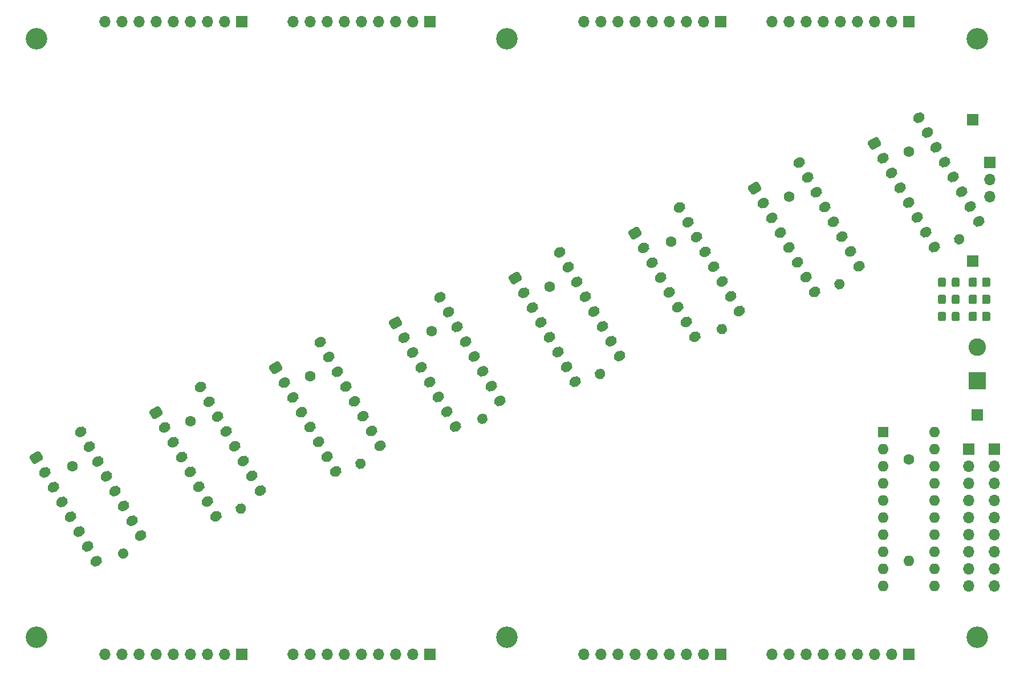
<source format=gbr>
%TF.GenerationSoftware,KiCad,Pcbnew,(5.1.8)-1*%
%TF.CreationDate,2024-07-21T13:54:42+03:00*%
%TF.ProjectId,MUX8x1-v5,4d555838-7831-42d7-9635-2e6b69636164,rev?*%
%TF.SameCoordinates,Original*%
%TF.FileFunction,Soldermask,Top*%
%TF.FilePolarity,Negative*%
%FSLAX46Y46*%
G04 Gerber Fmt 4.6, Leading zero omitted, Abs format (unit mm)*
G04 Created by KiCad (PCBNEW (5.1.8)-1) date 2024-07-21 13:54:42*
%MOMM*%
%LPD*%
G01*
G04 APERTURE LIST*
%ADD10R,1.700000X1.700000*%
%ADD11O,1.700000X1.700000*%
%ADD12C,3.200000*%
%ADD13O,1.600000X1.600000*%
%ADD14R,1.600000X1.600000*%
%ADD15C,2.600000*%
%ADD16R,2.600000X2.600000*%
%ADD17C,1.600000*%
G04 APERTURE END LIST*
D10*
%TO.C,J20*%
X172085000Y-68580000D03*
%TD*%
D11*
%TO.C,J11*%
X142240000Y-127000000D03*
X144780000Y-127000000D03*
X147320000Y-127000000D03*
X149860000Y-127000000D03*
X152400000Y-127000000D03*
X154940000Y-127000000D03*
X157480000Y-127000000D03*
X160020000Y-127000000D03*
D10*
X162560000Y-127000000D03*
%TD*%
D12*
%TO.C,H6*%
X172720000Y-124460000D03*
%TD*%
%TO.C,H5*%
X172720000Y-35560000D03*
%TD*%
D13*
%TO.C,U9*%
X166370000Y-93980000D03*
X158750000Y-116840000D03*
X166370000Y-96520000D03*
X158750000Y-114300000D03*
X166370000Y-99060000D03*
X158750000Y-111760000D03*
X166370000Y-101600000D03*
X158750000Y-109220000D03*
X166370000Y-104140000D03*
X158750000Y-106680000D03*
X166370000Y-106680000D03*
X158750000Y-104140000D03*
X166370000Y-109220000D03*
X158750000Y-101600000D03*
X166370000Y-111760000D03*
X158750000Y-99060000D03*
X166370000Y-114300000D03*
X158750000Y-96520000D03*
X166370000Y-116840000D03*
D14*
X158750000Y-93980000D03*
%TD*%
%TO.C,U8*%
G36*
G01*
X38839691Y-94430000D02*
X38839691Y-94430000D01*
G75*
G02*
X39114210Y-93405481I649519J375000D01*
G01*
X39374018Y-93255481D01*
G75*
G02*
X40398537Y-93530000I375000J-649519D01*
G01*
X40398537Y-93530000D01*
G75*
G02*
X40124018Y-94554519I-649519J-375000D01*
G01*
X39864210Y-94704519D01*
G75*
G02*
X38839691Y-94430000I-375000J649519D01*
G01*
G37*
G36*
G01*
X41130577Y-113637932D02*
X41130577Y-113637932D01*
G75*
G02*
X41405096Y-112613413I649519J375000D01*
G01*
X41664904Y-112463413D01*
G75*
G02*
X42689423Y-112737932I375000J-649519D01*
G01*
X42689423Y-112737932D01*
G75*
G02*
X42414904Y-113762451I-649519J-375000D01*
G01*
X42155096Y-113912451D01*
G75*
G02*
X41130577Y-113637932I-375000J649519D01*
G01*
G37*
G36*
G01*
X40109691Y-96629705D02*
X40109691Y-96629705D01*
G75*
G02*
X40384210Y-95605186I649519J375000D01*
G01*
X40644018Y-95455186D01*
G75*
G02*
X41668537Y-95729705I375000J-649519D01*
G01*
X41668537Y-95729705D01*
G75*
G02*
X41394018Y-96754224I-649519J-375000D01*
G01*
X41134210Y-96904224D01*
G75*
G02*
X40109691Y-96629705I-375000J649519D01*
G01*
G37*
G36*
G01*
X39860577Y-111438227D02*
X39860577Y-111438227D01*
G75*
G02*
X40135096Y-110413708I649519J375000D01*
G01*
X40394904Y-110263708D01*
G75*
G02*
X41419423Y-110538227I375000J-649519D01*
G01*
X41419423Y-110538227D01*
G75*
G02*
X41144904Y-111562746I-649519J-375000D01*
G01*
X40885096Y-111712746D01*
G75*
G02*
X39860577Y-111438227I-375000J649519D01*
G01*
G37*
G36*
G01*
X41379691Y-98829409D02*
X41379691Y-98829409D01*
G75*
G02*
X41654210Y-97804890I649519J375000D01*
G01*
X41914018Y-97654890D01*
G75*
G02*
X42938537Y-97929409I375000J-649519D01*
G01*
X42938537Y-97929409D01*
G75*
G02*
X42664018Y-98953928I-649519J-375000D01*
G01*
X42404210Y-99103928D01*
G75*
G02*
X41379691Y-98829409I-375000J649519D01*
G01*
G37*
G36*
G01*
X38590577Y-109238523D02*
X38590577Y-109238523D01*
G75*
G02*
X38865096Y-108214004I649519J375000D01*
G01*
X39124904Y-108064004D01*
G75*
G02*
X40149423Y-108338523I375000J-649519D01*
G01*
X40149423Y-108338523D01*
G75*
G02*
X39874904Y-109363042I-649519J-375000D01*
G01*
X39615096Y-109513042D01*
G75*
G02*
X38590577Y-109238523I-375000J649519D01*
G01*
G37*
G36*
G01*
X42649691Y-101029114D02*
X42649691Y-101029114D01*
G75*
G02*
X42924210Y-100004595I649519J375000D01*
G01*
X43184018Y-99854595D01*
G75*
G02*
X44208537Y-100129114I375000J-649519D01*
G01*
X44208537Y-100129114D01*
G75*
G02*
X43934018Y-101153633I-649519J-375000D01*
G01*
X43674210Y-101303633D01*
G75*
G02*
X42649691Y-101029114I-375000J649519D01*
G01*
G37*
G36*
G01*
X37320577Y-107038818D02*
X37320577Y-107038818D01*
G75*
G02*
X37595096Y-106014299I649519J375000D01*
G01*
X37854904Y-105864299D01*
G75*
G02*
X38879423Y-106138818I375000J-649519D01*
G01*
X38879423Y-106138818D01*
G75*
G02*
X38604904Y-107163337I-649519J-375000D01*
G01*
X38345096Y-107313337D01*
G75*
G02*
X37320577Y-107038818I-375000J649519D01*
G01*
G37*
G36*
G01*
X43919691Y-103228818D02*
X43919691Y-103228818D01*
G75*
G02*
X44194210Y-102204299I649519J375000D01*
G01*
X44454018Y-102054299D01*
G75*
G02*
X45478537Y-102328818I375000J-649519D01*
G01*
X45478537Y-102328818D01*
G75*
G02*
X45204018Y-103353337I-649519J-375000D01*
G01*
X44944210Y-103503337D01*
G75*
G02*
X43919691Y-103228818I-375000J649519D01*
G01*
G37*
G36*
G01*
X36050577Y-104839114D02*
X36050577Y-104839114D01*
G75*
G02*
X36325096Y-103814595I649519J375000D01*
G01*
X36584904Y-103664595D01*
G75*
G02*
X37609423Y-103939114I375000J-649519D01*
G01*
X37609423Y-103939114D01*
G75*
G02*
X37334904Y-104963633I-649519J-375000D01*
G01*
X37075096Y-105113633D01*
G75*
G02*
X36050577Y-104839114I-375000J649519D01*
G01*
G37*
G36*
G01*
X45189691Y-105428523D02*
X45189691Y-105428523D01*
G75*
G02*
X45464210Y-104404004I649519J375000D01*
G01*
X45724018Y-104254004D01*
G75*
G02*
X46748537Y-104528523I375000J-649519D01*
G01*
X46748537Y-104528523D01*
G75*
G02*
X46474018Y-105553042I-649519J-375000D01*
G01*
X46214210Y-105703042D01*
G75*
G02*
X45189691Y-105428523I-375000J649519D01*
G01*
G37*
G36*
G01*
X34780577Y-102639409D02*
X34780577Y-102639409D01*
G75*
G02*
X35055096Y-101614890I649519J375000D01*
G01*
X35314904Y-101464890D01*
G75*
G02*
X36339423Y-101739409I375000J-649519D01*
G01*
X36339423Y-101739409D01*
G75*
G02*
X36064904Y-102763928I-649519J-375000D01*
G01*
X35805096Y-102913928D01*
G75*
G02*
X34780577Y-102639409I-375000J649519D01*
G01*
G37*
G36*
G01*
X46459691Y-107628227D02*
X46459691Y-107628227D01*
G75*
G02*
X46734210Y-106603708I649519J375000D01*
G01*
X46994018Y-106453708D01*
G75*
G02*
X48018537Y-106728227I375000J-649519D01*
G01*
X48018537Y-106728227D01*
G75*
G02*
X47744018Y-107752746I-649519J-375000D01*
G01*
X47484210Y-107902746D01*
G75*
G02*
X46459691Y-107628227I-375000J649519D01*
G01*
G37*
G36*
G01*
X33510577Y-100439705D02*
X33510577Y-100439705D01*
G75*
G02*
X33785096Y-99415186I649519J375000D01*
G01*
X34044904Y-99265186D01*
G75*
G02*
X35069423Y-99539705I375000J-649519D01*
G01*
X35069423Y-99539705D01*
G75*
G02*
X34794904Y-100564224I-649519J-375000D01*
G01*
X34535096Y-100714224D01*
G75*
G02*
X33510577Y-100439705I-375000J649519D01*
G01*
G37*
G36*
G01*
X47729691Y-109827932D02*
X47729691Y-109827932D01*
G75*
G02*
X48004210Y-108803413I649519J375000D01*
G01*
X48264018Y-108653413D01*
G75*
G02*
X49288537Y-108927932I375000J-649519D01*
G01*
X49288537Y-108927932D01*
G75*
G02*
X49014018Y-109952451I-649519J-375000D01*
G01*
X48754210Y-110102451D01*
G75*
G02*
X47729691Y-109827932I-375000J649519D01*
G01*
G37*
G36*
G01*
X32428077Y-98564760D02*
X32053077Y-97915240D01*
G75*
G02*
X32190337Y-97402980I324760J187500D01*
G01*
X33099663Y-96877980D01*
G75*
G02*
X33611923Y-97015240I187500J-324760D01*
G01*
X33986923Y-97664760D01*
G75*
G02*
X33849663Y-98177020I-324760J-187500D01*
G01*
X32940337Y-98702020D01*
G75*
G02*
X32428077Y-98564760I-187500J324760D01*
G01*
G37*
%TD*%
%TO.C,U7*%
G36*
G01*
X56619691Y-87762500D02*
X56619691Y-87762500D01*
G75*
G02*
X56894210Y-86737981I649519J375000D01*
G01*
X57154018Y-86587981D01*
G75*
G02*
X58178537Y-86862500I375000J-649519D01*
G01*
X58178537Y-86862500D01*
G75*
G02*
X57904018Y-87887019I-649519J-375000D01*
G01*
X57644210Y-88037019D01*
G75*
G02*
X56619691Y-87762500I-375000J649519D01*
G01*
G37*
G36*
G01*
X58910577Y-106970432D02*
X58910577Y-106970432D01*
G75*
G02*
X59185096Y-105945913I649519J375000D01*
G01*
X59444904Y-105795913D01*
G75*
G02*
X60469423Y-106070432I375000J-649519D01*
G01*
X60469423Y-106070432D01*
G75*
G02*
X60194904Y-107094951I-649519J-375000D01*
G01*
X59935096Y-107244951D01*
G75*
G02*
X58910577Y-106970432I-375000J649519D01*
G01*
G37*
G36*
G01*
X57889691Y-89962205D02*
X57889691Y-89962205D01*
G75*
G02*
X58164210Y-88937686I649519J375000D01*
G01*
X58424018Y-88787686D01*
G75*
G02*
X59448537Y-89062205I375000J-649519D01*
G01*
X59448537Y-89062205D01*
G75*
G02*
X59174018Y-90086724I-649519J-375000D01*
G01*
X58914210Y-90236724D01*
G75*
G02*
X57889691Y-89962205I-375000J649519D01*
G01*
G37*
G36*
G01*
X57640577Y-104770727D02*
X57640577Y-104770727D01*
G75*
G02*
X57915096Y-103746208I649519J375000D01*
G01*
X58174904Y-103596208D01*
G75*
G02*
X59199423Y-103870727I375000J-649519D01*
G01*
X59199423Y-103870727D01*
G75*
G02*
X58924904Y-104895246I-649519J-375000D01*
G01*
X58665096Y-105045246D01*
G75*
G02*
X57640577Y-104770727I-375000J649519D01*
G01*
G37*
G36*
G01*
X59159691Y-92161909D02*
X59159691Y-92161909D01*
G75*
G02*
X59434210Y-91137390I649519J375000D01*
G01*
X59694018Y-90987390D01*
G75*
G02*
X60718537Y-91261909I375000J-649519D01*
G01*
X60718537Y-91261909D01*
G75*
G02*
X60444018Y-92286428I-649519J-375000D01*
G01*
X60184210Y-92436428D01*
G75*
G02*
X59159691Y-92161909I-375000J649519D01*
G01*
G37*
G36*
G01*
X56370577Y-102571023D02*
X56370577Y-102571023D01*
G75*
G02*
X56645096Y-101546504I649519J375000D01*
G01*
X56904904Y-101396504D01*
G75*
G02*
X57929423Y-101671023I375000J-649519D01*
G01*
X57929423Y-101671023D01*
G75*
G02*
X57654904Y-102695542I-649519J-375000D01*
G01*
X57395096Y-102845542D01*
G75*
G02*
X56370577Y-102571023I-375000J649519D01*
G01*
G37*
G36*
G01*
X60429691Y-94361614D02*
X60429691Y-94361614D01*
G75*
G02*
X60704210Y-93337095I649519J375000D01*
G01*
X60964018Y-93187095D01*
G75*
G02*
X61988537Y-93461614I375000J-649519D01*
G01*
X61988537Y-93461614D01*
G75*
G02*
X61714018Y-94486133I-649519J-375000D01*
G01*
X61454210Y-94636133D01*
G75*
G02*
X60429691Y-94361614I-375000J649519D01*
G01*
G37*
G36*
G01*
X55100577Y-100371318D02*
X55100577Y-100371318D01*
G75*
G02*
X55375096Y-99346799I649519J375000D01*
G01*
X55634904Y-99196799D01*
G75*
G02*
X56659423Y-99471318I375000J-649519D01*
G01*
X56659423Y-99471318D01*
G75*
G02*
X56384904Y-100495837I-649519J-375000D01*
G01*
X56125096Y-100645837D01*
G75*
G02*
X55100577Y-100371318I-375000J649519D01*
G01*
G37*
G36*
G01*
X61699691Y-96561318D02*
X61699691Y-96561318D01*
G75*
G02*
X61974210Y-95536799I649519J375000D01*
G01*
X62234018Y-95386799D01*
G75*
G02*
X63258537Y-95661318I375000J-649519D01*
G01*
X63258537Y-95661318D01*
G75*
G02*
X62984018Y-96685837I-649519J-375000D01*
G01*
X62724210Y-96835837D01*
G75*
G02*
X61699691Y-96561318I-375000J649519D01*
G01*
G37*
G36*
G01*
X53830577Y-98171614D02*
X53830577Y-98171614D01*
G75*
G02*
X54105096Y-97147095I649519J375000D01*
G01*
X54364904Y-96997095D01*
G75*
G02*
X55389423Y-97271614I375000J-649519D01*
G01*
X55389423Y-97271614D01*
G75*
G02*
X55114904Y-98296133I-649519J-375000D01*
G01*
X54855096Y-98446133D01*
G75*
G02*
X53830577Y-98171614I-375000J649519D01*
G01*
G37*
G36*
G01*
X62969691Y-98761023D02*
X62969691Y-98761023D01*
G75*
G02*
X63244210Y-97736504I649519J375000D01*
G01*
X63504018Y-97586504D01*
G75*
G02*
X64528537Y-97861023I375000J-649519D01*
G01*
X64528537Y-97861023D01*
G75*
G02*
X64254018Y-98885542I-649519J-375000D01*
G01*
X63994210Y-99035542D01*
G75*
G02*
X62969691Y-98761023I-375000J649519D01*
G01*
G37*
G36*
G01*
X52560577Y-95971909D02*
X52560577Y-95971909D01*
G75*
G02*
X52835096Y-94947390I649519J375000D01*
G01*
X53094904Y-94797390D01*
G75*
G02*
X54119423Y-95071909I375000J-649519D01*
G01*
X54119423Y-95071909D01*
G75*
G02*
X53844904Y-96096428I-649519J-375000D01*
G01*
X53585096Y-96246428D01*
G75*
G02*
X52560577Y-95971909I-375000J649519D01*
G01*
G37*
G36*
G01*
X64239691Y-100960727D02*
X64239691Y-100960727D01*
G75*
G02*
X64514210Y-99936208I649519J375000D01*
G01*
X64774018Y-99786208D01*
G75*
G02*
X65798537Y-100060727I375000J-649519D01*
G01*
X65798537Y-100060727D01*
G75*
G02*
X65524018Y-101085246I-649519J-375000D01*
G01*
X65264210Y-101235246D01*
G75*
G02*
X64239691Y-100960727I-375000J649519D01*
G01*
G37*
G36*
G01*
X51290577Y-93772205D02*
X51290577Y-93772205D01*
G75*
G02*
X51565096Y-92747686I649519J375000D01*
G01*
X51824904Y-92597686D01*
G75*
G02*
X52849423Y-92872205I375000J-649519D01*
G01*
X52849423Y-92872205D01*
G75*
G02*
X52574904Y-93896724I-649519J-375000D01*
G01*
X52315096Y-94046724D01*
G75*
G02*
X51290577Y-93772205I-375000J649519D01*
G01*
G37*
G36*
G01*
X65509691Y-103160432D02*
X65509691Y-103160432D01*
G75*
G02*
X65784210Y-102135913I649519J375000D01*
G01*
X66044018Y-101985913D01*
G75*
G02*
X67068537Y-102260432I375000J-649519D01*
G01*
X67068537Y-102260432D01*
G75*
G02*
X66794018Y-103284951I-649519J-375000D01*
G01*
X66534210Y-103434951D01*
G75*
G02*
X65509691Y-103160432I-375000J649519D01*
G01*
G37*
G36*
G01*
X50208077Y-91897260D02*
X49833077Y-91247740D01*
G75*
G02*
X49970337Y-90735480I324760J187500D01*
G01*
X50879663Y-90210480D01*
G75*
G02*
X51391923Y-90347740I187500J-324760D01*
G01*
X51766923Y-90997260D01*
G75*
G02*
X51629663Y-91509520I-324760J-187500D01*
G01*
X50720337Y-92034520D01*
G75*
G02*
X50208077Y-91897260I-187500J324760D01*
G01*
G37*
%TD*%
%TO.C,U6*%
G36*
G01*
X74399691Y-81095000D02*
X74399691Y-81095000D01*
G75*
G02*
X74674210Y-80070481I649519J375000D01*
G01*
X74934018Y-79920481D01*
G75*
G02*
X75958537Y-80195000I375000J-649519D01*
G01*
X75958537Y-80195000D01*
G75*
G02*
X75684018Y-81219519I-649519J-375000D01*
G01*
X75424210Y-81369519D01*
G75*
G02*
X74399691Y-81095000I-375000J649519D01*
G01*
G37*
G36*
G01*
X76690577Y-100302932D02*
X76690577Y-100302932D01*
G75*
G02*
X76965096Y-99278413I649519J375000D01*
G01*
X77224904Y-99128413D01*
G75*
G02*
X78249423Y-99402932I375000J-649519D01*
G01*
X78249423Y-99402932D01*
G75*
G02*
X77974904Y-100427451I-649519J-375000D01*
G01*
X77715096Y-100577451D01*
G75*
G02*
X76690577Y-100302932I-375000J649519D01*
G01*
G37*
G36*
G01*
X75669691Y-83294705D02*
X75669691Y-83294705D01*
G75*
G02*
X75944210Y-82270186I649519J375000D01*
G01*
X76204018Y-82120186D01*
G75*
G02*
X77228537Y-82394705I375000J-649519D01*
G01*
X77228537Y-82394705D01*
G75*
G02*
X76954018Y-83419224I-649519J-375000D01*
G01*
X76694210Y-83569224D01*
G75*
G02*
X75669691Y-83294705I-375000J649519D01*
G01*
G37*
G36*
G01*
X75420577Y-98103227D02*
X75420577Y-98103227D01*
G75*
G02*
X75695096Y-97078708I649519J375000D01*
G01*
X75954904Y-96928708D01*
G75*
G02*
X76979423Y-97203227I375000J-649519D01*
G01*
X76979423Y-97203227D01*
G75*
G02*
X76704904Y-98227746I-649519J-375000D01*
G01*
X76445096Y-98377746D01*
G75*
G02*
X75420577Y-98103227I-375000J649519D01*
G01*
G37*
G36*
G01*
X76939691Y-85494409D02*
X76939691Y-85494409D01*
G75*
G02*
X77214210Y-84469890I649519J375000D01*
G01*
X77474018Y-84319890D01*
G75*
G02*
X78498537Y-84594409I375000J-649519D01*
G01*
X78498537Y-84594409D01*
G75*
G02*
X78224018Y-85618928I-649519J-375000D01*
G01*
X77964210Y-85768928D01*
G75*
G02*
X76939691Y-85494409I-375000J649519D01*
G01*
G37*
G36*
G01*
X74150577Y-95903523D02*
X74150577Y-95903523D01*
G75*
G02*
X74425096Y-94879004I649519J375000D01*
G01*
X74684904Y-94729004D01*
G75*
G02*
X75709423Y-95003523I375000J-649519D01*
G01*
X75709423Y-95003523D01*
G75*
G02*
X75434904Y-96028042I-649519J-375000D01*
G01*
X75175096Y-96178042D01*
G75*
G02*
X74150577Y-95903523I-375000J649519D01*
G01*
G37*
G36*
G01*
X78209691Y-87694114D02*
X78209691Y-87694114D01*
G75*
G02*
X78484210Y-86669595I649519J375000D01*
G01*
X78744018Y-86519595D01*
G75*
G02*
X79768537Y-86794114I375000J-649519D01*
G01*
X79768537Y-86794114D01*
G75*
G02*
X79494018Y-87818633I-649519J-375000D01*
G01*
X79234210Y-87968633D01*
G75*
G02*
X78209691Y-87694114I-375000J649519D01*
G01*
G37*
G36*
G01*
X72880577Y-93703818D02*
X72880577Y-93703818D01*
G75*
G02*
X73155096Y-92679299I649519J375000D01*
G01*
X73414904Y-92529299D01*
G75*
G02*
X74439423Y-92803818I375000J-649519D01*
G01*
X74439423Y-92803818D01*
G75*
G02*
X74164904Y-93828337I-649519J-375000D01*
G01*
X73905096Y-93978337D01*
G75*
G02*
X72880577Y-93703818I-375000J649519D01*
G01*
G37*
G36*
G01*
X79479691Y-89893818D02*
X79479691Y-89893818D01*
G75*
G02*
X79754210Y-88869299I649519J375000D01*
G01*
X80014018Y-88719299D01*
G75*
G02*
X81038537Y-88993818I375000J-649519D01*
G01*
X81038537Y-88993818D01*
G75*
G02*
X80764018Y-90018337I-649519J-375000D01*
G01*
X80504210Y-90168337D01*
G75*
G02*
X79479691Y-89893818I-375000J649519D01*
G01*
G37*
G36*
G01*
X71610577Y-91504114D02*
X71610577Y-91504114D01*
G75*
G02*
X71885096Y-90479595I649519J375000D01*
G01*
X72144904Y-90329595D01*
G75*
G02*
X73169423Y-90604114I375000J-649519D01*
G01*
X73169423Y-90604114D01*
G75*
G02*
X72894904Y-91628633I-649519J-375000D01*
G01*
X72635096Y-91778633D01*
G75*
G02*
X71610577Y-91504114I-375000J649519D01*
G01*
G37*
G36*
G01*
X80749691Y-92093523D02*
X80749691Y-92093523D01*
G75*
G02*
X81024210Y-91069004I649519J375000D01*
G01*
X81284018Y-90919004D01*
G75*
G02*
X82308537Y-91193523I375000J-649519D01*
G01*
X82308537Y-91193523D01*
G75*
G02*
X82034018Y-92218042I-649519J-375000D01*
G01*
X81774210Y-92368042D01*
G75*
G02*
X80749691Y-92093523I-375000J649519D01*
G01*
G37*
G36*
G01*
X70340577Y-89304409D02*
X70340577Y-89304409D01*
G75*
G02*
X70615096Y-88279890I649519J375000D01*
G01*
X70874904Y-88129890D01*
G75*
G02*
X71899423Y-88404409I375000J-649519D01*
G01*
X71899423Y-88404409D01*
G75*
G02*
X71624904Y-89428928I-649519J-375000D01*
G01*
X71365096Y-89578928D01*
G75*
G02*
X70340577Y-89304409I-375000J649519D01*
G01*
G37*
G36*
G01*
X82019691Y-94293227D02*
X82019691Y-94293227D01*
G75*
G02*
X82294210Y-93268708I649519J375000D01*
G01*
X82554018Y-93118708D01*
G75*
G02*
X83578537Y-93393227I375000J-649519D01*
G01*
X83578537Y-93393227D01*
G75*
G02*
X83304018Y-94417746I-649519J-375000D01*
G01*
X83044210Y-94567746D01*
G75*
G02*
X82019691Y-94293227I-375000J649519D01*
G01*
G37*
G36*
G01*
X69070577Y-87104705D02*
X69070577Y-87104705D01*
G75*
G02*
X69345096Y-86080186I649519J375000D01*
G01*
X69604904Y-85930186D01*
G75*
G02*
X70629423Y-86204705I375000J-649519D01*
G01*
X70629423Y-86204705D01*
G75*
G02*
X70354904Y-87229224I-649519J-375000D01*
G01*
X70095096Y-87379224D01*
G75*
G02*
X69070577Y-87104705I-375000J649519D01*
G01*
G37*
G36*
G01*
X83289691Y-96492932D02*
X83289691Y-96492932D01*
G75*
G02*
X83564210Y-95468413I649519J375000D01*
G01*
X83824018Y-95318413D01*
G75*
G02*
X84848537Y-95592932I375000J-649519D01*
G01*
X84848537Y-95592932D01*
G75*
G02*
X84574018Y-96617451I-649519J-375000D01*
G01*
X84314210Y-96767451D01*
G75*
G02*
X83289691Y-96492932I-375000J649519D01*
G01*
G37*
G36*
G01*
X67988077Y-85229760D02*
X67613077Y-84580240D01*
G75*
G02*
X67750337Y-84067980I324760J187500D01*
G01*
X68659663Y-83542980D01*
G75*
G02*
X69171923Y-83680240I187500J-324760D01*
G01*
X69546923Y-84329760D01*
G75*
G02*
X69409663Y-84842020I-324760J-187500D01*
G01*
X68500337Y-85367020D01*
G75*
G02*
X67988077Y-85229760I-187500J324760D01*
G01*
G37*
%TD*%
%TO.C,U5*%
G36*
G01*
X92179691Y-74427500D02*
X92179691Y-74427500D01*
G75*
G02*
X92454210Y-73402981I649519J375000D01*
G01*
X92714018Y-73252981D01*
G75*
G02*
X93738537Y-73527500I375000J-649519D01*
G01*
X93738537Y-73527500D01*
G75*
G02*
X93464018Y-74552019I-649519J-375000D01*
G01*
X93204210Y-74702019D01*
G75*
G02*
X92179691Y-74427500I-375000J649519D01*
G01*
G37*
G36*
G01*
X94470577Y-93635432D02*
X94470577Y-93635432D01*
G75*
G02*
X94745096Y-92610913I649519J375000D01*
G01*
X95004904Y-92460913D01*
G75*
G02*
X96029423Y-92735432I375000J-649519D01*
G01*
X96029423Y-92735432D01*
G75*
G02*
X95754904Y-93759951I-649519J-375000D01*
G01*
X95495096Y-93909951D01*
G75*
G02*
X94470577Y-93635432I-375000J649519D01*
G01*
G37*
G36*
G01*
X93449691Y-76627205D02*
X93449691Y-76627205D01*
G75*
G02*
X93724210Y-75602686I649519J375000D01*
G01*
X93984018Y-75452686D01*
G75*
G02*
X95008537Y-75727205I375000J-649519D01*
G01*
X95008537Y-75727205D01*
G75*
G02*
X94734018Y-76751724I-649519J-375000D01*
G01*
X94474210Y-76901724D01*
G75*
G02*
X93449691Y-76627205I-375000J649519D01*
G01*
G37*
G36*
G01*
X93200577Y-91435727D02*
X93200577Y-91435727D01*
G75*
G02*
X93475096Y-90411208I649519J375000D01*
G01*
X93734904Y-90261208D01*
G75*
G02*
X94759423Y-90535727I375000J-649519D01*
G01*
X94759423Y-90535727D01*
G75*
G02*
X94484904Y-91560246I-649519J-375000D01*
G01*
X94225096Y-91710246D01*
G75*
G02*
X93200577Y-91435727I-375000J649519D01*
G01*
G37*
G36*
G01*
X94719691Y-78826909D02*
X94719691Y-78826909D01*
G75*
G02*
X94994210Y-77802390I649519J375000D01*
G01*
X95254018Y-77652390D01*
G75*
G02*
X96278537Y-77926909I375000J-649519D01*
G01*
X96278537Y-77926909D01*
G75*
G02*
X96004018Y-78951428I-649519J-375000D01*
G01*
X95744210Y-79101428D01*
G75*
G02*
X94719691Y-78826909I-375000J649519D01*
G01*
G37*
G36*
G01*
X91930577Y-89236023D02*
X91930577Y-89236023D01*
G75*
G02*
X92205096Y-88211504I649519J375000D01*
G01*
X92464904Y-88061504D01*
G75*
G02*
X93489423Y-88336023I375000J-649519D01*
G01*
X93489423Y-88336023D01*
G75*
G02*
X93214904Y-89360542I-649519J-375000D01*
G01*
X92955096Y-89510542D01*
G75*
G02*
X91930577Y-89236023I-375000J649519D01*
G01*
G37*
G36*
G01*
X95989691Y-81026614D02*
X95989691Y-81026614D01*
G75*
G02*
X96264210Y-80002095I649519J375000D01*
G01*
X96524018Y-79852095D01*
G75*
G02*
X97548537Y-80126614I375000J-649519D01*
G01*
X97548537Y-80126614D01*
G75*
G02*
X97274018Y-81151133I-649519J-375000D01*
G01*
X97014210Y-81301133D01*
G75*
G02*
X95989691Y-81026614I-375000J649519D01*
G01*
G37*
G36*
G01*
X90660577Y-87036318D02*
X90660577Y-87036318D01*
G75*
G02*
X90935096Y-86011799I649519J375000D01*
G01*
X91194904Y-85861799D01*
G75*
G02*
X92219423Y-86136318I375000J-649519D01*
G01*
X92219423Y-86136318D01*
G75*
G02*
X91944904Y-87160837I-649519J-375000D01*
G01*
X91685096Y-87310837D01*
G75*
G02*
X90660577Y-87036318I-375000J649519D01*
G01*
G37*
G36*
G01*
X97259691Y-83226318D02*
X97259691Y-83226318D01*
G75*
G02*
X97534210Y-82201799I649519J375000D01*
G01*
X97794018Y-82051799D01*
G75*
G02*
X98818537Y-82326318I375000J-649519D01*
G01*
X98818537Y-82326318D01*
G75*
G02*
X98544018Y-83350837I-649519J-375000D01*
G01*
X98284210Y-83500837D01*
G75*
G02*
X97259691Y-83226318I-375000J649519D01*
G01*
G37*
G36*
G01*
X89390577Y-84836614D02*
X89390577Y-84836614D01*
G75*
G02*
X89665096Y-83812095I649519J375000D01*
G01*
X89924904Y-83662095D01*
G75*
G02*
X90949423Y-83936614I375000J-649519D01*
G01*
X90949423Y-83936614D01*
G75*
G02*
X90674904Y-84961133I-649519J-375000D01*
G01*
X90415096Y-85111133D01*
G75*
G02*
X89390577Y-84836614I-375000J649519D01*
G01*
G37*
G36*
G01*
X98529691Y-85426023D02*
X98529691Y-85426023D01*
G75*
G02*
X98804210Y-84401504I649519J375000D01*
G01*
X99064018Y-84251504D01*
G75*
G02*
X100088537Y-84526023I375000J-649519D01*
G01*
X100088537Y-84526023D01*
G75*
G02*
X99814018Y-85550542I-649519J-375000D01*
G01*
X99554210Y-85700542D01*
G75*
G02*
X98529691Y-85426023I-375000J649519D01*
G01*
G37*
G36*
G01*
X88120577Y-82636909D02*
X88120577Y-82636909D01*
G75*
G02*
X88395096Y-81612390I649519J375000D01*
G01*
X88654904Y-81462390D01*
G75*
G02*
X89679423Y-81736909I375000J-649519D01*
G01*
X89679423Y-81736909D01*
G75*
G02*
X89404904Y-82761428I-649519J-375000D01*
G01*
X89145096Y-82911428D01*
G75*
G02*
X88120577Y-82636909I-375000J649519D01*
G01*
G37*
G36*
G01*
X99799691Y-87625727D02*
X99799691Y-87625727D01*
G75*
G02*
X100074210Y-86601208I649519J375000D01*
G01*
X100334018Y-86451208D01*
G75*
G02*
X101358537Y-86725727I375000J-649519D01*
G01*
X101358537Y-86725727D01*
G75*
G02*
X101084018Y-87750246I-649519J-375000D01*
G01*
X100824210Y-87900246D01*
G75*
G02*
X99799691Y-87625727I-375000J649519D01*
G01*
G37*
G36*
G01*
X86850577Y-80437205D02*
X86850577Y-80437205D01*
G75*
G02*
X87125096Y-79412686I649519J375000D01*
G01*
X87384904Y-79262686D01*
G75*
G02*
X88409423Y-79537205I375000J-649519D01*
G01*
X88409423Y-79537205D01*
G75*
G02*
X88134904Y-80561724I-649519J-375000D01*
G01*
X87875096Y-80711724D01*
G75*
G02*
X86850577Y-80437205I-375000J649519D01*
G01*
G37*
G36*
G01*
X101069691Y-89825432D02*
X101069691Y-89825432D01*
G75*
G02*
X101344210Y-88800913I649519J375000D01*
G01*
X101604018Y-88650913D01*
G75*
G02*
X102628537Y-88925432I375000J-649519D01*
G01*
X102628537Y-88925432D01*
G75*
G02*
X102354018Y-89949951I-649519J-375000D01*
G01*
X102094210Y-90099951D01*
G75*
G02*
X101069691Y-89825432I-375000J649519D01*
G01*
G37*
G36*
G01*
X85768077Y-78562260D02*
X85393077Y-77912740D01*
G75*
G02*
X85530337Y-77400480I324760J187500D01*
G01*
X86439663Y-76875480D01*
G75*
G02*
X86951923Y-77012740I187500J-324760D01*
G01*
X87326923Y-77662260D01*
G75*
G02*
X87189663Y-78174520I-324760J-187500D01*
G01*
X86280337Y-78699520D01*
G75*
G02*
X85768077Y-78562260I-187500J324760D01*
G01*
G37*
%TD*%
%TO.C,U4*%
G36*
G01*
X109959691Y-67760000D02*
X109959691Y-67760000D01*
G75*
G02*
X110234210Y-66735481I649519J375000D01*
G01*
X110494018Y-66585481D01*
G75*
G02*
X111518537Y-66860000I375000J-649519D01*
G01*
X111518537Y-66860000D01*
G75*
G02*
X111244018Y-67884519I-649519J-375000D01*
G01*
X110984210Y-68034519D01*
G75*
G02*
X109959691Y-67760000I-375000J649519D01*
G01*
G37*
G36*
G01*
X112250577Y-86967932D02*
X112250577Y-86967932D01*
G75*
G02*
X112525096Y-85943413I649519J375000D01*
G01*
X112784904Y-85793413D01*
G75*
G02*
X113809423Y-86067932I375000J-649519D01*
G01*
X113809423Y-86067932D01*
G75*
G02*
X113534904Y-87092451I-649519J-375000D01*
G01*
X113275096Y-87242451D01*
G75*
G02*
X112250577Y-86967932I-375000J649519D01*
G01*
G37*
G36*
G01*
X111229691Y-69959705D02*
X111229691Y-69959705D01*
G75*
G02*
X111504210Y-68935186I649519J375000D01*
G01*
X111764018Y-68785186D01*
G75*
G02*
X112788537Y-69059705I375000J-649519D01*
G01*
X112788537Y-69059705D01*
G75*
G02*
X112514018Y-70084224I-649519J-375000D01*
G01*
X112254210Y-70234224D01*
G75*
G02*
X111229691Y-69959705I-375000J649519D01*
G01*
G37*
G36*
G01*
X110980577Y-84768227D02*
X110980577Y-84768227D01*
G75*
G02*
X111255096Y-83743708I649519J375000D01*
G01*
X111514904Y-83593708D01*
G75*
G02*
X112539423Y-83868227I375000J-649519D01*
G01*
X112539423Y-83868227D01*
G75*
G02*
X112264904Y-84892746I-649519J-375000D01*
G01*
X112005096Y-85042746D01*
G75*
G02*
X110980577Y-84768227I-375000J649519D01*
G01*
G37*
G36*
G01*
X112499691Y-72159409D02*
X112499691Y-72159409D01*
G75*
G02*
X112774210Y-71134890I649519J375000D01*
G01*
X113034018Y-70984890D01*
G75*
G02*
X114058537Y-71259409I375000J-649519D01*
G01*
X114058537Y-71259409D01*
G75*
G02*
X113784018Y-72283928I-649519J-375000D01*
G01*
X113524210Y-72433928D01*
G75*
G02*
X112499691Y-72159409I-375000J649519D01*
G01*
G37*
G36*
G01*
X109710577Y-82568523D02*
X109710577Y-82568523D01*
G75*
G02*
X109985096Y-81544004I649519J375000D01*
G01*
X110244904Y-81394004D01*
G75*
G02*
X111269423Y-81668523I375000J-649519D01*
G01*
X111269423Y-81668523D01*
G75*
G02*
X110994904Y-82693042I-649519J-375000D01*
G01*
X110735096Y-82843042D01*
G75*
G02*
X109710577Y-82568523I-375000J649519D01*
G01*
G37*
G36*
G01*
X113769691Y-74359114D02*
X113769691Y-74359114D01*
G75*
G02*
X114044210Y-73334595I649519J375000D01*
G01*
X114304018Y-73184595D01*
G75*
G02*
X115328537Y-73459114I375000J-649519D01*
G01*
X115328537Y-73459114D01*
G75*
G02*
X115054018Y-74483633I-649519J-375000D01*
G01*
X114794210Y-74633633D01*
G75*
G02*
X113769691Y-74359114I-375000J649519D01*
G01*
G37*
G36*
G01*
X108440577Y-80368818D02*
X108440577Y-80368818D01*
G75*
G02*
X108715096Y-79344299I649519J375000D01*
G01*
X108974904Y-79194299D01*
G75*
G02*
X109999423Y-79468818I375000J-649519D01*
G01*
X109999423Y-79468818D01*
G75*
G02*
X109724904Y-80493337I-649519J-375000D01*
G01*
X109465096Y-80643337D01*
G75*
G02*
X108440577Y-80368818I-375000J649519D01*
G01*
G37*
G36*
G01*
X115039691Y-76558818D02*
X115039691Y-76558818D01*
G75*
G02*
X115314210Y-75534299I649519J375000D01*
G01*
X115574018Y-75384299D01*
G75*
G02*
X116598537Y-75658818I375000J-649519D01*
G01*
X116598537Y-75658818D01*
G75*
G02*
X116324018Y-76683337I-649519J-375000D01*
G01*
X116064210Y-76833337D01*
G75*
G02*
X115039691Y-76558818I-375000J649519D01*
G01*
G37*
G36*
G01*
X107170577Y-78169114D02*
X107170577Y-78169114D01*
G75*
G02*
X107445096Y-77144595I649519J375000D01*
G01*
X107704904Y-76994595D01*
G75*
G02*
X108729423Y-77269114I375000J-649519D01*
G01*
X108729423Y-77269114D01*
G75*
G02*
X108454904Y-78293633I-649519J-375000D01*
G01*
X108195096Y-78443633D01*
G75*
G02*
X107170577Y-78169114I-375000J649519D01*
G01*
G37*
G36*
G01*
X116309691Y-78758523D02*
X116309691Y-78758523D01*
G75*
G02*
X116584210Y-77734004I649519J375000D01*
G01*
X116844018Y-77584004D01*
G75*
G02*
X117868537Y-77858523I375000J-649519D01*
G01*
X117868537Y-77858523D01*
G75*
G02*
X117594018Y-78883042I-649519J-375000D01*
G01*
X117334210Y-79033042D01*
G75*
G02*
X116309691Y-78758523I-375000J649519D01*
G01*
G37*
G36*
G01*
X105900577Y-75969409D02*
X105900577Y-75969409D01*
G75*
G02*
X106175096Y-74944890I649519J375000D01*
G01*
X106434904Y-74794890D01*
G75*
G02*
X107459423Y-75069409I375000J-649519D01*
G01*
X107459423Y-75069409D01*
G75*
G02*
X107184904Y-76093928I-649519J-375000D01*
G01*
X106925096Y-76243928D01*
G75*
G02*
X105900577Y-75969409I-375000J649519D01*
G01*
G37*
G36*
G01*
X117579691Y-80958227D02*
X117579691Y-80958227D01*
G75*
G02*
X117854210Y-79933708I649519J375000D01*
G01*
X118114018Y-79783708D01*
G75*
G02*
X119138537Y-80058227I375000J-649519D01*
G01*
X119138537Y-80058227D01*
G75*
G02*
X118864018Y-81082746I-649519J-375000D01*
G01*
X118604210Y-81232746D01*
G75*
G02*
X117579691Y-80958227I-375000J649519D01*
G01*
G37*
G36*
G01*
X104630577Y-73769705D02*
X104630577Y-73769705D01*
G75*
G02*
X104905096Y-72745186I649519J375000D01*
G01*
X105164904Y-72595186D01*
G75*
G02*
X106189423Y-72869705I375000J-649519D01*
G01*
X106189423Y-72869705D01*
G75*
G02*
X105914904Y-73894224I-649519J-375000D01*
G01*
X105655096Y-74044224D01*
G75*
G02*
X104630577Y-73769705I-375000J649519D01*
G01*
G37*
G36*
G01*
X118849691Y-83157932D02*
X118849691Y-83157932D01*
G75*
G02*
X119124210Y-82133413I649519J375000D01*
G01*
X119384018Y-81983413D01*
G75*
G02*
X120408537Y-82257932I375000J-649519D01*
G01*
X120408537Y-82257932D01*
G75*
G02*
X120134018Y-83282451I-649519J-375000D01*
G01*
X119874210Y-83432451D01*
G75*
G02*
X118849691Y-83157932I-375000J649519D01*
G01*
G37*
G36*
G01*
X103548077Y-71894760D02*
X103173077Y-71245240D01*
G75*
G02*
X103310337Y-70732980I324760J187500D01*
G01*
X104219663Y-70207980D01*
G75*
G02*
X104731923Y-70345240I187500J-324760D01*
G01*
X105106923Y-70994760D01*
G75*
G02*
X104969663Y-71507020I-324760J-187500D01*
G01*
X104060337Y-72032020D01*
G75*
G02*
X103548077Y-71894760I-187500J324760D01*
G01*
G37*
%TD*%
%TO.C,U3*%
G36*
G01*
X127739691Y-61092500D02*
X127739691Y-61092500D01*
G75*
G02*
X128014210Y-60067981I649519J375000D01*
G01*
X128274018Y-59917981D01*
G75*
G02*
X129298537Y-60192500I375000J-649519D01*
G01*
X129298537Y-60192500D01*
G75*
G02*
X129024018Y-61217019I-649519J-375000D01*
G01*
X128764210Y-61367019D01*
G75*
G02*
X127739691Y-61092500I-375000J649519D01*
G01*
G37*
G36*
G01*
X130030577Y-80300432D02*
X130030577Y-80300432D01*
G75*
G02*
X130305096Y-79275913I649519J375000D01*
G01*
X130564904Y-79125913D01*
G75*
G02*
X131589423Y-79400432I375000J-649519D01*
G01*
X131589423Y-79400432D01*
G75*
G02*
X131314904Y-80424951I-649519J-375000D01*
G01*
X131055096Y-80574951D01*
G75*
G02*
X130030577Y-80300432I-375000J649519D01*
G01*
G37*
G36*
G01*
X129009691Y-63292205D02*
X129009691Y-63292205D01*
G75*
G02*
X129284210Y-62267686I649519J375000D01*
G01*
X129544018Y-62117686D01*
G75*
G02*
X130568537Y-62392205I375000J-649519D01*
G01*
X130568537Y-62392205D01*
G75*
G02*
X130294018Y-63416724I-649519J-375000D01*
G01*
X130034210Y-63566724D01*
G75*
G02*
X129009691Y-63292205I-375000J649519D01*
G01*
G37*
G36*
G01*
X128760577Y-78100727D02*
X128760577Y-78100727D01*
G75*
G02*
X129035096Y-77076208I649519J375000D01*
G01*
X129294904Y-76926208D01*
G75*
G02*
X130319423Y-77200727I375000J-649519D01*
G01*
X130319423Y-77200727D01*
G75*
G02*
X130044904Y-78225246I-649519J-375000D01*
G01*
X129785096Y-78375246D01*
G75*
G02*
X128760577Y-78100727I-375000J649519D01*
G01*
G37*
G36*
G01*
X130279691Y-65491909D02*
X130279691Y-65491909D01*
G75*
G02*
X130554210Y-64467390I649519J375000D01*
G01*
X130814018Y-64317390D01*
G75*
G02*
X131838537Y-64591909I375000J-649519D01*
G01*
X131838537Y-64591909D01*
G75*
G02*
X131564018Y-65616428I-649519J-375000D01*
G01*
X131304210Y-65766428D01*
G75*
G02*
X130279691Y-65491909I-375000J649519D01*
G01*
G37*
G36*
G01*
X127490577Y-75901023D02*
X127490577Y-75901023D01*
G75*
G02*
X127765096Y-74876504I649519J375000D01*
G01*
X128024904Y-74726504D01*
G75*
G02*
X129049423Y-75001023I375000J-649519D01*
G01*
X129049423Y-75001023D01*
G75*
G02*
X128774904Y-76025542I-649519J-375000D01*
G01*
X128515096Y-76175542D01*
G75*
G02*
X127490577Y-75901023I-375000J649519D01*
G01*
G37*
G36*
G01*
X131549691Y-67691614D02*
X131549691Y-67691614D01*
G75*
G02*
X131824210Y-66667095I649519J375000D01*
G01*
X132084018Y-66517095D01*
G75*
G02*
X133108537Y-66791614I375000J-649519D01*
G01*
X133108537Y-66791614D01*
G75*
G02*
X132834018Y-67816133I-649519J-375000D01*
G01*
X132574210Y-67966133D01*
G75*
G02*
X131549691Y-67691614I-375000J649519D01*
G01*
G37*
G36*
G01*
X126220577Y-73701318D02*
X126220577Y-73701318D01*
G75*
G02*
X126495096Y-72676799I649519J375000D01*
G01*
X126754904Y-72526799D01*
G75*
G02*
X127779423Y-72801318I375000J-649519D01*
G01*
X127779423Y-72801318D01*
G75*
G02*
X127504904Y-73825837I-649519J-375000D01*
G01*
X127245096Y-73975837D01*
G75*
G02*
X126220577Y-73701318I-375000J649519D01*
G01*
G37*
G36*
G01*
X132819691Y-69891318D02*
X132819691Y-69891318D01*
G75*
G02*
X133094210Y-68866799I649519J375000D01*
G01*
X133354018Y-68716799D01*
G75*
G02*
X134378537Y-68991318I375000J-649519D01*
G01*
X134378537Y-68991318D01*
G75*
G02*
X134104018Y-70015837I-649519J-375000D01*
G01*
X133844210Y-70165837D01*
G75*
G02*
X132819691Y-69891318I-375000J649519D01*
G01*
G37*
G36*
G01*
X124950577Y-71501614D02*
X124950577Y-71501614D01*
G75*
G02*
X125225096Y-70477095I649519J375000D01*
G01*
X125484904Y-70327095D01*
G75*
G02*
X126509423Y-70601614I375000J-649519D01*
G01*
X126509423Y-70601614D01*
G75*
G02*
X126234904Y-71626133I-649519J-375000D01*
G01*
X125975096Y-71776133D01*
G75*
G02*
X124950577Y-71501614I-375000J649519D01*
G01*
G37*
G36*
G01*
X134089691Y-72091023D02*
X134089691Y-72091023D01*
G75*
G02*
X134364210Y-71066504I649519J375000D01*
G01*
X134624018Y-70916504D01*
G75*
G02*
X135648537Y-71191023I375000J-649519D01*
G01*
X135648537Y-71191023D01*
G75*
G02*
X135374018Y-72215542I-649519J-375000D01*
G01*
X135114210Y-72365542D01*
G75*
G02*
X134089691Y-72091023I-375000J649519D01*
G01*
G37*
G36*
G01*
X123680577Y-69301909D02*
X123680577Y-69301909D01*
G75*
G02*
X123955096Y-68277390I649519J375000D01*
G01*
X124214904Y-68127390D01*
G75*
G02*
X125239423Y-68401909I375000J-649519D01*
G01*
X125239423Y-68401909D01*
G75*
G02*
X124964904Y-69426428I-649519J-375000D01*
G01*
X124705096Y-69576428D01*
G75*
G02*
X123680577Y-69301909I-375000J649519D01*
G01*
G37*
G36*
G01*
X135359691Y-74290727D02*
X135359691Y-74290727D01*
G75*
G02*
X135634210Y-73266208I649519J375000D01*
G01*
X135894018Y-73116208D01*
G75*
G02*
X136918537Y-73390727I375000J-649519D01*
G01*
X136918537Y-73390727D01*
G75*
G02*
X136644018Y-74415246I-649519J-375000D01*
G01*
X136384210Y-74565246D01*
G75*
G02*
X135359691Y-74290727I-375000J649519D01*
G01*
G37*
G36*
G01*
X122410577Y-67102205D02*
X122410577Y-67102205D01*
G75*
G02*
X122685096Y-66077686I649519J375000D01*
G01*
X122944904Y-65927686D01*
G75*
G02*
X123969423Y-66202205I375000J-649519D01*
G01*
X123969423Y-66202205D01*
G75*
G02*
X123694904Y-67226724I-649519J-375000D01*
G01*
X123435096Y-67376724D01*
G75*
G02*
X122410577Y-67102205I-375000J649519D01*
G01*
G37*
G36*
G01*
X136629691Y-76490432D02*
X136629691Y-76490432D01*
G75*
G02*
X136904210Y-75465913I649519J375000D01*
G01*
X137164018Y-75315913D01*
G75*
G02*
X138188537Y-75590432I375000J-649519D01*
G01*
X138188537Y-75590432D01*
G75*
G02*
X137914018Y-76614951I-649519J-375000D01*
G01*
X137654210Y-76764951D01*
G75*
G02*
X136629691Y-76490432I-375000J649519D01*
G01*
G37*
G36*
G01*
X121328077Y-65227260D02*
X120953077Y-64577740D01*
G75*
G02*
X121090337Y-64065480I324760J187500D01*
G01*
X121999663Y-63540480D01*
G75*
G02*
X122511923Y-63677740I187500J-324760D01*
G01*
X122886923Y-64327260D01*
G75*
G02*
X122749663Y-64839520I-324760J-187500D01*
G01*
X121840337Y-65364520D01*
G75*
G02*
X121328077Y-65227260I-187500J324760D01*
G01*
G37*
%TD*%
%TO.C,U2*%
G36*
G01*
X145519691Y-54425000D02*
X145519691Y-54425000D01*
G75*
G02*
X145794210Y-53400481I649519J375000D01*
G01*
X146054018Y-53250481D01*
G75*
G02*
X147078537Y-53525000I375000J-649519D01*
G01*
X147078537Y-53525000D01*
G75*
G02*
X146804018Y-54549519I-649519J-375000D01*
G01*
X146544210Y-54699519D01*
G75*
G02*
X145519691Y-54425000I-375000J649519D01*
G01*
G37*
G36*
G01*
X147810577Y-73632932D02*
X147810577Y-73632932D01*
G75*
G02*
X148085096Y-72608413I649519J375000D01*
G01*
X148344904Y-72458413D01*
G75*
G02*
X149369423Y-72732932I375000J-649519D01*
G01*
X149369423Y-72732932D01*
G75*
G02*
X149094904Y-73757451I-649519J-375000D01*
G01*
X148835096Y-73907451D01*
G75*
G02*
X147810577Y-73632932I-375000J649519D01*
G01*
G37*
G36*
G01*
X146789691Y-56624705D02*
X146789691Y-56624705D01*
G75*
G02*
X147064210Y-55600186I649519J375000D01*
G01*
X147324018Y-55450186D01*
G75*
G02*
X148348537Y-55724705I375000J-649519D01*
G01*
X148348537Y-55724705D01*
G75*
G02*
X148074018Y-56749224I-649519J-375000D01*
G01*
X147814210Y-56899224D01*
G75*
G02*
X146789691Y-56624705I-375000J649519D01*
G01*
G37*
G36*
G01*
X146540577Y-71433227D02*
X146540577Y-71433227D01*
G75*
G02*
X146815096Y-70408708I649519J375000D01*
G01*
X147074904Y-70258708D01*
G75*
G02*
X148099423Y-70533227I375000J-649519D01*
G01*
X148099423Y-70533227D01*
G75*
G02*
X147824904Y-71557746I-649519J-375000D01*
G01*
X147565096Y-71707746D01*
G75*
G02*
X146540577Y-71433227I-375000J649519D01*
G01*
G37*
G36*
G01*
X148059691Y-58824409D02*
X148059691Y-58824409D01*
G75*
G02*
X148334210Y-57799890I649519J375000D01*
G01*
X148594018Y-57649890D01*
G75*
G02*
X149618537Y-57924409I375000J-649519D01*
G01*
X149618537Y-57924409D01*
G75*
G02*
X149344018Y-58948928I-649519J-375000D01*
G01*
X149084210Y-59098928D01*
G75*
G02*
X148059691Y-58824409I-375000J649519D01*
G01*
G37*
G36*
G01*
X145270577Y-69233523D02*
X145270577Y-69233523D01*
G75*
G02*
X145545096Y-68209004I649519J375000D01*
G01*
X145804904Y-68059004D01*
G75*
G02*
X146829423Y-68333523I375000J-649519D01*
G01*
X146829423Y-68333523D01*
G75*
G02*
X146554904Y-69358042I-649519J-375000D01*
G01*
X146295096Y-69508042D01*
G75*
G02*
X145270577Y-69233523I-375000J649519D01*
G01*
G37*
G36*
G01*
X149329691Y-61024114D02*
X149329691Y-61024114D01*
G75*
G02*
X149604210Y-59999595I649519J375000D01*
G01*
X149864018Y-59849595D01*
G75*
G02*
X150888537Y-60124114I375000J-649519D01*
G01*
X150888537Y-60124114D01*
G75*
G02*
X150614018Y-61148633I-649519J-375000D01*
G01*
X150354210Y-61298633D01*
G75*
G02*
X149329691Y-61024114I-375000J649519D01*
G01*
G37*
G36*
G01*
X144000577Y-67033818D02*
X144000577Y-67033818D01*
G75*
G02*
X144275096Y-66009299I649519J375000D01*
G01*
X144534904Y-65859299D01*
G75*
G02*
X145559423Y-66133818I375000J-649519D01*
G01*
X145559423Y-66133818D01*
G75*
G02*
X145284904Y-67158337I-649519J-375000D01*
G01*
X145025096Y-67308337D01*
G75*
G02*
X144000577Y-67033818I-375000J649519D01*
G01*
G37*
G36*
G01*
X150599691Y-63223818D02*
X150599691Y-63223818D01*
G75*
G02*
X150874210Y-62199299I649519J375000D01*
G01*
X151134018Y-62049299D01*
G75*
G02*
X152158537Y-62323818I375000J-649519D01*
G01*
X152158537Y-62323818D01*
G75*
G02*
X151884018Y-63348337I-649519J-375000D01*
G01*
X151624210Y-63498337D01*
G75*
G02*
X150599691Y-63223818I-375000J649519D01*
G01*
G37*
G36*
G01*
X142730577Y-64834114D02*
X142730577Y-64834114D01*
G75*
G02*
X143005096Y-63809595I649519J375000D01*
G01*
X143264904Y-63659595D01*
G75*
G02*
X144289423Y-63934114I375000J-649519D01*
G01*
X144289423Y-63934114D01*
G75*
G02*
X144014904Y-64958633I-649519J-375000D01*
G01*
X143755096Y-65108633D01*
G75*
G02*
X142730577Y-64834114I-375000J649519D01*
G01*
G37*
G36*
G01*
X151869691Y-65423523D02*
X151869691Y-65423523D01*
G75*
G02*
X152144210Y-64399004I649519J375000D01*
G01*
X152404018Y-64249004D01*
G75*
G02*
X153428537Y-64523523I375000J-649519D01*
G01*
X153428537Y-64523523D01*
G75*
G02*
X153154018Y-65548042I-649519J-375000D01*
G01*
X152894210Y-65698042D01*
G75*
G02*
X151869691Y-65423523I-375000J649519D01*
G01*
G37*
G36*
G01*
X141460577Y-62634409D02*
X141460577Y-62634409D01*
G75*
G02*
X141735096Y-61609890I649519J375000D01*
G01*
X141994904Y-61459890D01*
G75*
G02*
X143019423Y-61734409I375000J-649519D01*
G01*
X143019423Y-61734409D01*
G75*
G02*
X142744904Y-62758928I-649519J-375000D01*
G01*
X142485096Y-62908928D01*
G75*
G02*
X141460577Y-62634409I-375000J649519D01*
G01*
G37*
G36*
G01*
X153139691Y-67623227D02*
X153139691Y-67623227D01*
G75*
G02*
X153414210Y-66598708I649519J375000D01*
G01*
X153674018Y-66448708D01*
G75*
G02*
X154698537Y-66723227I375000J-649519D01*
G01*
X154698537Y-66723227D01*
G75*
G02*
X154424018Y-67747746I-649519J-375000D01*
G01*
X154164210Y-67897746D01*
G75*
G02*
X153139691Y-67623227I-375000J649519D01*
G01*
G37*
G36*
G01*
X140190577Y-60434705D02*
X140190577Y-60434705D01*
G75*
G02*
X140465096Y-59410186I649519J375000D01*
G01*
X140724904Y-59260186D01*
G75*
G02*
X141749423Y-59534705I375000J-649519D01*
G01*
X141749423Y-59534705D01*
G75*
G02*
X141474904Y-60559224I-649519J-375000D01*
G01*
X141215096Y-60709224D01*
G75*
G02*
X140190577Y-60434705I-375000J649519D01*
G01*
G37*
G36*
G01*
X154409691Y-69822932D02*
X154409691Y-69822932D01*
G75*
G02*
X154684210Y-68798413I649519J375000D01*
G01*
X154944018Y-68648413D01*
G75*
G02*
X155968537Y-68922932I375000J-649519D01*
G01*
X155968537Y-68922932D01*
G75*
G02*
X155694018Y-69947451I-649519J-375000D01*
G01*
X155434210Y-70097451D01*
G75*
G02*
X154409691Y-69822932I-375000J649519D01*
G01*
G37*
G36*
G01*
X139108077Y-58559760D02*
X138733077Y-57910240D01*
G75*
G02*
X138870337Y-57397980I324760J187500D01*
G01*
X139779663Y-56872980D01*
G75*
G02*
X140291923Y-57010240I187500J-324760D01*
G01*
X140666923Y-57659760D01*
G75*
G02*
X140529663Y-58172020I-324760J-187500D01*
G01*
X139620337Y-58697020D01*
G75*
G02*
X139108077Y-58559760I-187500J324760D01*
G01*
G37*
%TD*%
%TO.C,U1*%
G36*
G01*
X163299691Y-47757500D02*
X163299691Y-47757500D01*
G75*
G02*
X163574210Y-46732981I649519J375000D01*
G01*
X163834018Y-46582981D01*
G75*
G02*
X164858537Y-46857500I375000J-649519D01*
G01*
X164858537Y-46857500D01*
G75*
G02*
X164584018Y-47882019I-649519J-375000D01*
G01*
X164324210Y-48032019D01*
G75*
G02*
X163299691Y-47757500I-375000J649519D01*
G01*
G37*
G36*
G01*
X165590577Y-66965432D02*
X165590577Y-66965432D01*
G75*
G02*
X165865096Y-65940913I649519J375000D01*
G01*
X166124904Y-65790913D01*
G75*
G02*
X167149423Y-66065432I375000J-649519D01*
G01*
X167149423Y-66065432D01*
G75*
G02*
X166874904Y-67089951I-649519J-375000D01*
G01*
X166615096Y-67239951D01*
G75*
G02*
X165590577Y-66965432I-375000J649519D01*
G01*
G37*
G36*
G01*
X164569691Y-49957205D02*
X164569691Y-49957205D01*
G75*
G02*
X164844210Y-48932686I649519J375000D01*
G01*
X165104018Y-48782686D01*
G75*
G02*
X166128537Y-49057205I375000J-649519D01*
G01*
X166128537Y-49057205D01*
G75*
G02*
X165854018Y-50081724I-649519J-375000D01*
G01*
X165594210Y-50231724D01*
G75*
G02*
X164569691Y-49957205I-375000J649519D01*
G01*
G37*
G36*
G01*
X164320577Y-64765727D02*
X164320577Y-64765727D01*
G75*
G02*
X164595096Y-63741208I649519J375000D01*
G01*
X164854904Y-63591208D01*
G75*
G02*
X165879423Y-63865727I375000J-649519D01*
G01*
X165879423Y-63865727D01*
G75*
G02*
X165604904Y-64890246I-649519J-375000D01*
G01*
X165345096Y-65040246D01*
G75*
G02*
X164320577Y-64765727I-375000J649519D01*
G01*
G37*
G36*
G01*
X165839691Y-52156909D02*
X165839691Y-52156909D01*
G75*
G02*
X166114210Y-51132390I649519J375000D01*
G01*
X166374018Y-50982390D01*
G75*
G02*
X167398537Y-51256909I375000J-649519D01*
G01*
X167398537Y-51256909D01*
G75*
G02*
X167124018Y-52281428I-649519J-375000D01*
G01*
X166864210Y-52431428D01*
G75*
G02*
X165839691Y-52156909I-375000J649519D01*
G01*
G37*
G36*
G01*
X163050577Y-62566023D02*
X163050577Y-62566023D01*
G75*
G02*
X163325096Y-61541504I649519J375000D01*
G01*
X163584904Y-61391504D01*
G75*
G02*
X164609423Y-61666023I375000J-649519D01*
G01*
X164609423Y-61666023D01*
G75*
G02*
X164334904Y-62690542I-649519J-375000D01*
G01*
X164075096Y-62840542D01*
G75*
G02*
X163050577Y-62566023I-375000J649519D01*
G01*
G37*
G36*
G01*
X167109691Y-54356614D02*
X167109691Y-54356614D01*
G75*
G02*
X167384210Y-53332095I649519J375000D01*
G01*
X167644018Y-53182095D01*
G75*
G02*
X168668537Y-53456614I375000J-649519D01*
G01*
X168668537Y-53456614D01*
G75*
G02*
X168394018Y-54481133I-649519J-375000D01*
G01*
X168134210Y-54631133D01*
G75*
G02*
X167109691Y-54356614I-375000J649519D01*
G01*
G37*
G36*
G01*
X161780577Y-60366318D02*
X161780577Y-60366318D01*
G75*
G02*
X162055096Y-59341799I649519J375000D01*
G01*
X162314904Y-59191799D01*
G75*
G02*
X163339423Y-59466318I375000J-649519D01*
G01*
X163339423Y-59466318D01*
G75*
G02*
X163064904Y-60490837I-649519J-375000D01*
G01*
X162805096Y-60640837D01*
G75*
G02*
X161780577Y-60366318I-375000J649519D01*
G01*
G37*
G36*
G01*
X168379691Y-56556318D02*
X168379691Y-56556318D01*
G75*
G02*
X168654210Y-55531799I649519J375000D01*
G01*
X168914018Y-55381799D01*
G75*
G02*
X169938537Y-55656318I375000J-649519D01*
G01*
X169938537Y-55656318D01*
G75*
G02*
X169664018Y-56680837I-649519J-375000D01*
G01*
X169404210Y-56830837D01*
G75*
G02*
X168379691Y-56556318I-375000J649519D01*
G01*
G37*
G36*
G01*
X160510577Y-58166614D02*
X160510577Y-58166614D01*
G75*
G02*
X160785096Y-57142095I649519J375000D01*
G01*
X161044904Y-56992095D01*
G75*
G02*
X162069423Y-57266614I375000J-649519D01*
G01*
X162069423Y-57266614D01*
G75*
G02*
X161794904Y-58291133I-649519J-375000D01*
G01*
X161535096Y-58441133D01*
G75*
G02*
X160510577Y-58166614I-375000J649519D01*
G01*
G37*
G36*
G01*
X169649691Y-58756023D02*
X169649691Y-58756023D01*
G75*
G02*
X169924210Y-57731504I649519J375000D01*
G01*
X170184018Y-57581504D01*
G75*
G02*
X171208537Y-57856023I375000J-649519D01*
G01*
X171208537Y-57856023D01*
G75*
G02*
X170934018Y-58880542I-649519J-375000D01*
G01*
X170674210Y-59030542D01*
G75*
G02*
X169649691Y-58756023I-375000J649519D01*
G01*
G37*
G36*
G01*
X159240577Y-55966909D02*
X159240577Y-55966909D01*
G75*
G02*
X159515096Y-54942390I649519J375000D01*
G01*
X159774904Y-54792390D01*
G75*
G02*
X160799423Y-55066909I375000J-649519D01*
G01*
X160799423Y-55066909D01*
G75*
G02*
X160524904Y-56091428I-649519J-375000D01*
G01*
X160265096Y-56241428D01*
G75*
G02*
X159240577Y-55966909I-375000J649519D01*
G01*
G37*
G36*
G01*
X170919691Y-60955727D02*
X170919691Y-60955727D01*
G75*
G02*
X171194210Y-59931208I649519J375000D01*
G01*
X171454018Y-59781208D01*
G75*
G02*
X172478537Y-60055727I375000J-649519D01*
G01*
X172478537Y-60055727D01*
G75*
G02*
X172204018Y-61080246I-649519J-375000D01*
G01*
X171944210Y-61230246D01*
G75*
G02*
X170919691Y-60955727I-375000J649519D01*
G01*
G37*
G36*
G01*
X157970577Y-53767205D02*
X157970577Y-53767205D01*
G75*
G02*
X158245096Y-52742686I649519J375000D01*
G01*
X158504904Y-52592686D01*
G75*
G02*
X159529423Y-52867205I375000J-649519D01*
G01*
X159529423Y-52867205D01*
G75*
G02*
X159254904Y-53891724I-649519J-375000D01*
G01*
X158995096Y-54041724D01*
G75*
G02*
X157970577Y-53767205I-375000J649519D01*
G01*
G37*
G36*
G01*
X172189691Y-63155432D02*
X172189691Y-63155432D01*
G75*
G02*
X172464210Y-62130913I649519J375000D01*
G01*
X172724018Y-61980913D01*
G75*
G02*
X173748537Y-62255432I375000J-649519D01*
G01*
X173748537Y-62255432D01*
G75*
G02*
X173474018Y-63279951I-649519J-375000D01*
G01*
X173214210Y-63429951D01*
G75*
G02*
X172189691Y-63155432I-375000J649519D01*
G01*
G37*
G36*
G01*
X156888077Y-51892260D02*
X156513077Y-51242740D01*
G75*
G02*
X156650337Y-50730480I324760J187500D01*
G01*
X157559663Y-50205480D01*
G75*
G02*
X158071923Y-50342740I187500J-324760D01*
G01*
X158446923Y-50992260D01*
G75*
G02*
X158309663Y-51504520I-324760J-187500D01*
G01*
X157400337Y-52029520D01*
G75*
G02*
X156888077Y-51892260I-187500J324760D01*
G01*
G37*
%TD*%
%TO.C,R6*%
G36*
G01*
X173485000Y-72205001D02*
X173485000Y-71304999D01*
G75*
G02*
X173734999Y-71055000I249999J0D01*
G01*
X174435001Y-71055000D01*
G75*
G02*
X174685000Y-71304999I0J-249999D01*
G01*
X174685000Y-72205001D01*
G75*
G02*
X174435001Y-72455000I-249999J0D01*
G01*
X173734999Y-72455000D01*
G75*
G02*
X173485000Y-72205001I0J249999D01*
G01*
G37*
G36*
G01*
X171485000Y-72205001D02*
X171485000Y-71304999D01*
G75*
G02*
X171734999Y-71055000I249999J0D01*
G01*
X172435001Y-71055000D01*
G75*
G02*
X172685000Y-71304999I0J-249999D01*
G01*
X172685000Y-72205001D01*
G75*
G02*
X172435001Y-72455000I-249999J0D01*
G01*
X171734999Y-72455000D01*
G75*
G02*
X171485000Y-72205001I0J249999D01*
G01*
G37*
%TD*%
%TO.C,R5*%
G36*
G01*
X173485000Y-74745001D02*
X173485000Y-73844999D01*
G75*
G02*
X173734999Y-73595000I249999J0D01*
G01*
X174435001Y-73595000D01*
G75*
G02*
X174685000Y-73844999I0J-249999D01*
G01*
X174685000Y-74745001D01*
G75*
G02*
X174435001Y-74995000I-249999J0D01*
G01*
X173734999Y-74995000D01*
G75*
G02*
X173485000Y-74745001I0J249999D01*
G01*
G37*
G36*
G01*
X171485000Y-74745001D02*
X171485000Y-73844999D01*
G75*
G02*
X171734999Y-73595000I249999J0D01*
G01*
X172435001Y-73595000D01*
G75*
G02*
X172685000Y-73844999I0J-249999D01*
G01*
X172685000Y-74745001D01*
G75*
G02*
X172435001Y-74995000I-249999J0D01*
G01*
X171734999Y-74995000D01*
G75*
G02*
X171485000Y-74745001I0J249999D01*
G01*
G37*
%TD*%
%TO.C,R4*%
G36*
G01*
X173485000Y-77285001D02*
X173485000Y-76384999D01*
G75*
G02*
X173734999Y-76135000I249999J0D01*
G01*
X174435001Y-76135000D01*
G75*
G02*
X174685000Y-76384999I0J-249999D01*
G01*
X174685000Y-77285001D01*
G75*
G02*
X174435001Y-77535000I-249999J0D01*
G01*
X173734999Y-77535000D01*
G75*
G02*
X173485000Y-77285001I0J249999D01*
G01*
G37*
G36*
G01*
X171485000Y-77285001D02*
X171485000Y-76384999D01*
G75*
G02*
X171734999Y-76135000I249999J0D01*
G01*
X172435001Y-76135000D01*
G75*
G02*
X172685000Y-76384999I0J-249999D01*
G01*
X172685000Y-77285001D01*
G75*
G02*
X172435001Y-77535000I-249999J0D01*
G01*
X171734999Y-77535000D01*
G75*
G02*
X171485000Y-77285001I0J249999D01*
G01*
G37*
%TD*%
D11*
%TO.C,J21*%
X171450000Y-116840000D03*
X171450000Y-114300000D03*
X171450000Y-111760000D03*
X171450000Y-109220000D03*
X171450000Y-106680000D03*
X171450000Y-104140000D03*
X171450000Y-101600000D03*
X171450000Y-99060000D03*
D10*
X171450000Y-96520000D03*
%TD*%
D11*
%TO.C,J16*%
X43180000Y-33020000D03*
X45720000Y-33020000D03*
X48260000Y-33020000D03*
X50800000Y-33020000D03*
X53340000Y-33020000D03*
X55880000Y-33020000D03*
X58420000Y-33020000D03*
X60960000Y-33020000D03*
D10*
X63500000Y-33020000D03*
%TD*%
D11*
%TO.C,J15*%
X43180000Y-127000000D03*
X45720000Y-127000000D03*
X48260000Y-127000000D03*
X50800000Y-127000000D03*
X53340000Y-127000000D03*
X55880000Y-127000000D03*
X58420000Y-127000000D03*
X60960000Y-127000000D03*
D10*
X63500000Y-127000000D03*
%TD*%
%TO.C,J13*%
X172085000Y-47625000D03*
%TD*%
D11*
%TO.C,J12*%
X142240000Y-33020000D03*
X144780000Y-33020000D03*
X147320000Y-33020000D03*
X149860000Y-33020000D03*
X152400000Y-33020000D03*
X154940000Y-33020000D03*
X157480000Y-33020000D03*
X160020000Y-33020000D03*
D10*
X162560000Y-33020000D03*
%TD*%
D11*
%TO.C,J10*%
X174625000Y-59055000D03*
X174625000Y-56515000D03*
D10*
X174625000Y-53975000D03*
%TD*%
D15*
%TO.C,J9*%
X172720000Y-81360000D03*
D16*
X172720000Y-86360000D03*
%TD*%
D10*
%TO.C,J7*%
X172720000Y-91440000D03*
%TD*%
D11*
%TO.C,J6*%
X71120000Y-33020000D03*
X73660000Y-33020000D03*
X76200000Y-33020000D03*
X78740000Y-33020000D03*
X81280000Y-33020000D03*
X83820000Y-33020000D03*
X86360000Y-33020000D03*
X88900000Y-33020000D03*
D10*
X91440000Y-33020000D03*
%TD*%
D11*
%TO.C,J5*%
X71120000Y-127000000D03*
X73660000Y-127000000D03*
X76200000Y-127000000D03*
X78740000Y-127000000D03*
X81280000Y-127000000D03*
X83820000Y-127000000D03*
X86360000Y-127000000D03*
X88900000Y-127000000D03*
D10*
X91440000Y-127000000D03*
%TD*%
D11*
%TO.C,J3*%
X175260000Y-116840000D03*
X175260000Y-114300000D03*
X175260000Y-111760000D03*
X175260000Y-109220000D03*
X175260000Y-106680000D03*
X175260000Y-104140000D03*
X175260000Y-101600000D03*
X175260000Y-99060000D03*
D10*
X175260000Y-96520000D03*
%TD*%
D11*
%TO.C,J2*%
X114300000Y-33020000D03*
X116840000Y-33020000D03*
X119380000Y-33020000D03*
X121920000Y-33020000D03*
X124460000Y-33020000D03*
X127000000Y-33020000D03*
X129540000Y-33020000D03*
X132080000Y-33020000D03*
D10*
X134620000Y-33020000D03*
%TD*%
D11*
%TO.C,J1*%
X114300000Y-127000000D03*
X116840000Y-127000000D03*
X119380000Y-127000000D03*
X121920000Y-127000000D03*
X124460000Y-127000000D03*
X127000000Y-127000000D03*
X129540000Y-127000000D03*
X132080000Y-127000000D03*
D10*
X134620000Y-127000000D03*
%TD*%
D12*
%TO.C,H4*%
X102870000Y-124460000D03*
%TD*%
%TO.C,H3*%
X102870000Y-35560000D03*
%TD*%
%TO.C,H2*%
X33020000Y-124460000D03*
%TD*%
%TO.C,H1*%
X33020000Y-35560000D03*
%TD*%
%TO.C,D3*%
G36*
G01*
X168970000Y-72205001D02*
X168970000Y-71304999D01*
G75*
G02*
X169219999Y-71055000I249999J0D01*
G01*
X169870001Y-71055000D01*
G75*
G02*
X170120000Y-71304999I0J-249999D01*
G01*
X170120000Y-72205001D01*
G75*
G02*
X169870001Y-72455000I-249999J0D01*
G01*
X169219999Y-72455000D01*
G75*
G02*
X168970000Y-72205001I0J249999D01*
G01*
G37*
G36*
G01*
X166920000Y-72205001D02*
X166920000Y-71304999D01*
G75*
G02*
X167169999Y-71055000I249999J0D01*
G01*
X167820001Y-71055000D01*
G75*
G02*
X168070000Y-71304999I0J-249999D01*
G01*
X168070000Y-72205001D01*
G75*
G02*
X167820001Y-72455000I-249999J0D01*
G01*
X167169999Y-72455000D01*
G75*
G02*
X166920000Y-72205001I0J249999D01*
G01*
G37*
%TD*%
%TO.C,D2*%
G36*
G01*
X168970000Y-74745001D02*
X168970000Y-73844999D01*
G75*
G02*
X169219999Y-73595000I249999J0D01*
G01*
X169870001Y-73595000D01*
G75*
G02*
X170120000Y-73844999I0J-249999D01*
G01*
X170120000Y-74745001D01*
G75*
G02*
X169870001Y-74995000I-249999J0D01*
G01*
X169219999Y-74995000D01*
G75*
G02*
X168970000Y-74745001I0J249999D01*
G01*
G37*
G36*
G01*
X166920000Y-74745001D02*
X166920000Y-73844999D01*
G75*
G02*
X167169999Y-73595000I249999J0D01*
G01*
X167820001Y-73595000D01*
G75*
G02*
X168070000Y-73844999I0J-249999D01*
G01*
X168070000Y-74745001D01*
G75*
G02*
X167820001Y-74995000I-249999J0D01*
G01*
X167169999Y-74995000D01*
G75*
G02*
X166920000Y-74745001I0J249999D01*
G01*
G37*
%TD*%
%TO.C,D1*%
G36*
G01*
X168970000Y-77285001D02*
X168970000Y-76384999D01*
G75*
G02*
X169219999Y-76135000I249999J0D01*
G01*
X169870001Y-76135000D01*
G75*
G02*
X170120000Y-76384999I0J-249999D01*
G01*
X170120000Y-77285001D01*
G75*
G02*
X169870001Y-77535000I-249999J0D01*
G01*
X169219999Y-77535000D01*
G75*
G02*
X168970000Y-77285001I0J249999D01*
G01*
G37*
G36*
G01*
X166920000Y-77285001D02*
X166920000Y-76384999D01*
G75*
G02*
X167169999Y-76135000I249999J0D01*
G01*
X167820001Y-76135000D01*
G75*
G02*
X168070000Y-76384999I0J-249999D01*
G01*
X168070000Y-77285001D01*
G75*
G02*
X167820001Y-77535000I-249999J0D01*
G01*
X167169999Y-77535000D01*
G75*
G02*
X166920000Y-77285001I0J249999D01*
G01*
G37*
%TD*%
%TO.C,C9*%
G36*
G01*
X45517500Y-111357561D02*
X45517500Y-111357561D01*
G75*
G02*
X46610320Y-111650381I400000J-692820D01*
G01*
X46610320Y-111650381D01*
G75*
G02*
X46317500Y-112743201I-692820J-400000D01*
G01*
X46317500Y-112743201D01*
G75*
G02*
X45224680Y-112450381I-400000J692820D01*
G01*
X45224680Y-112450381D01*
G75*
G02*
X45517500Y-111357561I692820J400000D01*
G01*
G37*
D17*
X38417500Y-99060000D03*
%TD*%
%TO.C,C8*%
G36*
G01*
X62980000Y-104690061D02*
X62980000Y-104690061D01*
G75*
G02*
X64072820Y-104982881I400000J-692820D01*
G01*
X64072820Y-104982881D01*
G75*
G02*
X63780000Y-106075701I-692820J-400000D01*
G01*
X63780000Y-106075701D01*
G75*
G02*
X62687180Y-105782881I-400000J692820D01*
G01*
X62687180Y-105782881D01*
G75*
G02*
X62980000Y-104690061I692820J400000D01*
G01*
G37*
X55880000Y-92392500D03*
%TD*%
%TO.C,C7*%
G36*
G01*
X80760000Y-98022561D02*
X80760000Y-98022561D01*
G75*
G02*
X81852820Y-98315381I400000J-692820D01*
G01*
X81852820Y-98315381D01*
G75*
G02*
X81560000Y-99408201I-692820J-400000D01*
G01*
X81560000Y-99408201D01*
G75*
G02*
X80467180Y-99115381I-400000J692820D01*
G01*
X80467180Y-99115381D01*
G75*
G02*
X80760000Y-98022561I692820J400000D01*
G01*
G37*
X73660000Y-85725000D03*
%TD*%
%TO.C,C6*%
G36*
G01*
X98857500Y-91355061D02*
X98857500Y-91355061D01*
G75*
G02*
X99950320Y-91647881I400000J-692820D01*
G01*
X99950320Y-91647881D01*
G75*
G02*
X99657500Y-92740701I-692820J-400000D01*
G01*
X99657500Y-92740701D01*
G75*
G02*
X98564680Y-92447881I-400000J692820D01*
G01*
X98564680Y-92447881D01*
G75*
G02*
X98857500Y-91355061I692820J400000D01*
G01*
G37*
X91757500Y-79057500D03*
%TD*%
%TO.C,C5*%
G36*
G01*
X116320000Y-84687561D02*
X116320000Y-84687561D01*
G75*
G02*
X117412820Y-84980381I400000J-692820D01*
G01*
X117412820Y-84980381D01*
G75*
G02*
X117120000Y-86073201I-692820J-400000D01*
G01*
X117120000Y-86073201D01*
G75*
G02*
X116027180Y-85780381I-400000J692820D01*
G01*
X116027180Y-85780381D01*
G75*
G02*
X116320000Y-84687561I692820J400000D01*
G01*
G37*
X109220000Y-72390000D03*
%TD*%
%TO.C,C4*%
G36*
G01*
X134417500Y-78020061D02*
X134417500Y-78020061D01*
G75*
G02*
X135510320Y-78312881I400000J-692820D01*
G01*
X135510320Y-78312881D01*
G75*
G02*
X135217500Y-79405701I-692820J-400000D01*
G01*
X135217500Y-79405701D01*
G75*
G02*
X134124680Y-79112881I-400000J692820D01*
G01*
X134124680Y-79112881D01*
G75*
G02*
X134417500Y-78020061I692820J400000D01*
G01*
G37*
X127317500Y-65722500D03*
%TD*%
%TO.C,C3*%
G36*
G01*
X151880000Y-71352561D02*
X151880000Y-71352561D01*
G75*
G02*
X152972820Y-71645381I400000J-692820D01*
G01*
X152972820Y-71645381D01*
G75*
G02*
X152680000Y-72738201I-692820J-400000D01*
G01*
X152680000Y-72738201D01*
G75*
G02*
X151587180Y-72445381I-400000J692820D01*
G01*
X151587180Y-72445381D01*
G75*
G02*
X151880000Y-71352561I692820J400000D01*
G01*
G37*
X144780000Y-59055000D03*
%TD*%
%TO.C,C2*%
G36*
G01*
X169660000Y-64685061D02*
X169660000Y-64685061D01*
G75*
G02*
X170752820Y-64977881I400000J-692820D01*
G01*
X170752820Y-64977881D01*
G75*
G02*
X170460000Y-66070701I-692820J-400000D01*
G01*
X170460000Y-66070701D01*
G75*
G02*
X169367180Y-65777881I-400000J692820D01*
G01*
X169367180Y-65777881D01*
G75*
G02*
X169660000Y-64685061I692820J400000D01*
G01*
G37*
X162560000Y-52387500D03*
%TD*%
D13*
%TO.C,C1*%
X162560000Y-113107500D03*
D17*
X162560000Y-98107500D03*
%TD*%
M02*

</source>
